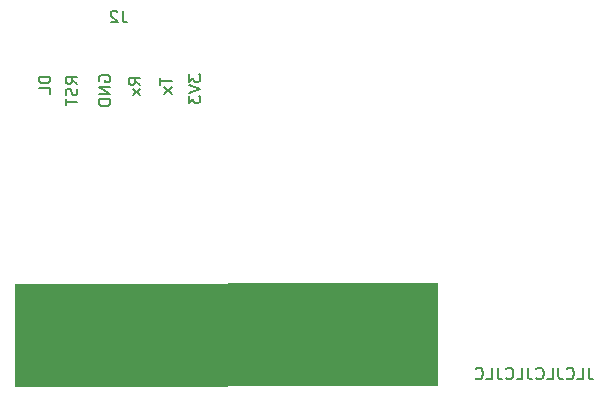
<source format=gbr>
G04 #@! TF.GenerationSoftware,KiCad,Pcbnew,(5.1.9-0-10_14)*
G04 #@! TF.CreationDate,2021-09-10T21:54:05+01:00*
G04 #@! TF.ProjectId,esp12f-si7021-v1.3,65737031-3266-42d7-9369-373032312d76,rev?*
G04 #@! TF.SameCoordinates,Original*
G04 #@! TF.FileFunction,Legend,Bot*
G04 #@! TF.FilePolarity,Positive*
%FSLAX46Y46*%
G04 Gerber Fmt 4.6, Leading zero omitted, Abs format (unit mm)*
G04 Created by KiCad (PCBNEW (5.1.9-0-10_14)) date 2021-09-10 21:54:05*
%MOMM*%
%LPD*%
G01*
G04 APERTURE LIST*
%ADD10C,0.100000*%
%ADD11C,0.153000*%
%ADD12C,0.150000*%
G04 APERTURE END LIST*
D10*
G36*
X49707800Y-46877800D02*
G01*
X13970000Y-46954000D01*
X13970000Y-38318000D01*
X49707800Y-38241800D01*
X49707800Y-46877800D01*
G37*
X49707800Y-46877800D02*
X13970000Y-46954000D01*
X13970000Y-38318000D01*
X49707800Y-38241800D01*
X49707800Y-46877800D01*
D11*
X62531047Y-45390380D02*
X62531047Y-46104666D01*
X62578666Y-46247523D01*
X62673904Y-46342761D01*
X62816761Y-46390380D01*
X62912000Y-46390380D01*
X61578666Y-46390380D02*
X62054857Y-46390380D01*
X62054857Y-45390380D01*
X60673904Y-46295142D02*
X60721523Y-46342761D01*
X60864380Y-46390380D01*
X60959619Y-46390380D01*
X61102476Y-46342761D01*
X61197714Y-46247523D01*
X61245333Y-46152285D01*
X61292952Y-45961809D01*
X61292952Y-45818952D01*
X61245333Y-45628476D01*
X61197714Y-45533238D01*
X61102476Y-45438000D01*
X60959619Y-45390380D01*
X60864380Y-45390380D01*
X60721523Y-45438000D01*
X60673904Y-45485619D01*
X59959619Y-45390380D02*
X59959619Y-46104666D01*
X60007238Y-46247523D01*
X60102476Y-46342761D01*
X60245333Y-46390380D01*
X60340571Y-46390380D01*
X59007238Y-46390380D02*
X59483428Y-46390380D01*
X59483428Y-45390380D01*
X58102476Y-46295142D02*
X58150095Y-46342761D01*
X58292952Y-46390380D01*
X58388190Y-46390380D01*
X58531047Y-46342761D01*
X58626285Y-46247523D01*
X58673904Y-46152285D01*
X58721523Y-45961809D01*
X58721523Y-45818952D01*
X58673904Y-45628476D01*
X58626285Y-45533238D01*
X58531047Y-45438000D01*
X58388190Y-45390380D01*
X58292952Y-45390380D01*
X58150095Y-45438000D01*
X58102476Y-45485619D01*
X57388190Y-45390380D02*
X57388190Y-46104666D01*
X57435809Y-46247523D01*
X57531047Y-46342761D01*
X57673904Y-46390380D01*
X57769142Y-46390380D01*
X56435809Y-46390380D02*
X56912000Y-46390380D01*
X56912000Y-45390380D01*
X55531047Y-46295142D02*
X55578666Y-46342761D01*
X55721523Y-46390380D01*
X55816761Y-46390380D01*
X55959619Y-46342761D01*
X56054857Y-46247523D01*
X56102476Y-46152285D01*
X56150095Y-45961809D01*
X56150095Y-45818952D01*
X56102476Y-45628476D01*
X56054857Y-45533238D01*
X55959619Y-45438000D01*
X55816761Y-45390380D01*
X55721523Y-45390380D01*
X55578666Y-45438000D01*
X55531047Y-45485619D01*
X54816761Y-45390380D02*
X54816761Y-46104666D01*
X54864380Y-46247523D01*
X54959619Y-46342761D01*
X55102476Y-46390380D01*
X55197714Y-46390380D01*
X53864380Y-46390380D02*
X54340571Y-46390380D01*
X54340571Y-45390380D01*
X52959619Y-46295142D02*
X53007238Y-46342761D01*
X53150095Y-46390380D01*
X53245333Y-46390380D01*
X53388190Y-46342761D01*
X53483428Y-46247523D01*
X53531047Y-46152285D01*
X53578666Y-45961809D01*
X53578666Y-45818952D01*
X53531047Y-45628476D01*
X53483428Y-45533238D01*
X53388190Y-45438000D01*
X53245333Y-45390380D01*
X53150095Y-45390380D01*
X53007238Y-45438000D01*
X52959619Y-45485619D01*
D12*
X23066333Y-15164380D02*
X23066333Y-15878666D01*
X23113952Y-16021523D01*
X23209190Y-16116761D01*
X23352047Y-16164380D01*
X23447285Y-16164380D01*
X22637761Y-15259619D02*
X22590142Y-15212000D01*
X22494904Y-15164380D01*
X22256809Y-15164380D01*
X22161571Y-15212000D01*
X22113952Y-15259619D01*
X22066333Y-15354857D01*
X22066333Y-15450095D01*
X22113952Y-15592952D01*
X22685380Y-16164380D01*
X22066333Y-16164380D01*
X19248380Y-21387380D02*
X18772190Y-21054047D01*
X19248380Y-20815952D02*
X18248380Y-20815952D01*
X18248380Y-21196904D01*
X18296000Y-21292142D01*
X18343619Y-21339761D01*
X18438857Y-21387380D01*
X18581714Y-21387380D01*
X18676952Y-21339761D01*
X18724571Y-21292142D01*
X18772190Y-21196904D01*
X18772190Y-20815952D01*
X19200761Y-21768333D02*
X19248380Y-21911190D01*
X19248380Y-22149285D01*
X19200761Y-22244523D01*
X19153142Y-22292142D01*
X19057904Y-22339761D01*
X18962666Y-22339761D01*
X18867428Y-22292142D01*
X18819809Y-22244523D01*
X18772190Y-22149285D01*
X18724571Y-21958809D01*
X18676952Y-21863571D01*
X18629333Y-21815952D01*
X18534095Y-21768333D01*
X18438857Y-21768333D01*
X18343619Y-21815952D01*
X18296000Y-21863571D01*
X18248380Y-21958809D01*
X18248380Y-22196904D01*
X18296000Y-22339761D01*
X18248380Y-22625476D02*
X18248380Y-23196904D01*
X19248380Y-22911190D02*
X18248380Y-22911190D01*
X16962380Y-20760333D02*
X15962380Y-20760333D01*
X15962380Y-20998428D01*
X16010000Y-21141285D01*
X16105238Y-21236523D01*
X16200476Y-21284142D01*
X16390952Y-21331761D01*
X16533809Y-21331761D01*
X16724285Y-21284142D01*
X16819523Y-21236523D01*
X16914761Y-21141285D01*
X16962380Y-20998428D01*
X16962380Y-20760333D01*
X16962380Y-22236523D02*
X16962380Y-21760333D01*
X15962380Y-21760333D01*
X21090000Y-21173095D02*
X21042380Y-21077857D01*
X21042380Y-20935000D01*
X21090000Y-20792142D01*
X21185238Y-20696904D01*
X21280476Y-20649285D01*
X21470952Y-20601666D01*
X21613809Y-20601666D01*
X21804285Y-20649285D01*
X21899523Y-20696904D01*
X21994761Y-20792142D01*
X22042380Y-20935000D01*
X22042380Y-21030238D01*
X21994761Y-21173095D01*
X21947142Y-21220714D01*
X21613809Y-21220714D01*
X21613809Y-21030238D01*
X22042380Y-21649285D02*
X21042380Y-21649285D01*
X22042380Y-22220714D01*
X21042380Y-22220714D01*
X22042380Y-22696904D02*
X21042380Y-22696904D01*
X21042380Y-22935000D01*
X21090000Y-23077857D01*
X21185238Y-23173095D01*
X21280476Y-23220714D01*
X21470952Y-23268333D01*
X21613809Y-23268333D01*
X21804285Y-23220714D01*
X21899523Y-23173095D01*
X21994761Y-23077857D01*
X22042380Y-22935000D01*
X22042380Y-22696904D01*
X24582380Y-21458761D02*
X24106190Y-21125428D01*
X24582380Y-20887333D02*
X23582380Y-20887333D01*
X23582380Y-21268285D01*
X23630000Y-21363523D01*
X23677619Y-21411142D01*
X23772857Y-21458761D01*
X23915714Y-21458761D01*
X24010952Y-21411142D01*
X24058571Y-21363523D01*
X24106190Y-21268285D01*
X24106190Y-20887333D01*
X24582380Y-21792095D02*
X23915714Y-22315904D01*
X23915714Y-21792095D02*
X24582380Y-22315904D01*
X26249380Y-20863523D02*
X26249380Y-21434952D01*
X27249380Y-21149238D02*
X26249380Y-21149238D01*
X27249380Y-21673047D02*
X26582714Y-22196857D01*
X26582714Y-21673047D02*
X27249380Y-22196857D01*
X28662380Y-20569904D02*
X28662380Y-21188952D01*
X29043333Y-20855619D01*
X29043333Y-20998476D01*
X29090952Y-21093714D01*
X29138571Y-21141333D01*
X29233809Y-21188952D01*
X29471904Y-21188952D01*
X29567142Y-21141333D01*
X29614761Y-21093714D01*
X29662380Y-20998476D01*
X29662380Y-20712761D01*
X29614761Y-20617523D01*
X29567142Y-20569904D01*
X28662380Y-21474666D02*
X29662380Y-21808000D01*
X28662380Y-22141333D01*
X28662380Y-22379428D02*
X28662380Y-22998476D01*
X29043333Y-22665142D01*
X29043333Y-22808000D01*
X29090952Y-22903238D01*
X29138571Y-22950857D01*
X29233809Y-22998476D01*
X29471904Y-22998476D01*
X29567142Y-22950857D01*
X29614761Y-22903238D01*
X29662380Y-22808000D01*
X29662380Y-22522285D01*
X29614761Y-22427047D01*
X29567142Y-22379428D01*
M02*

</source>
